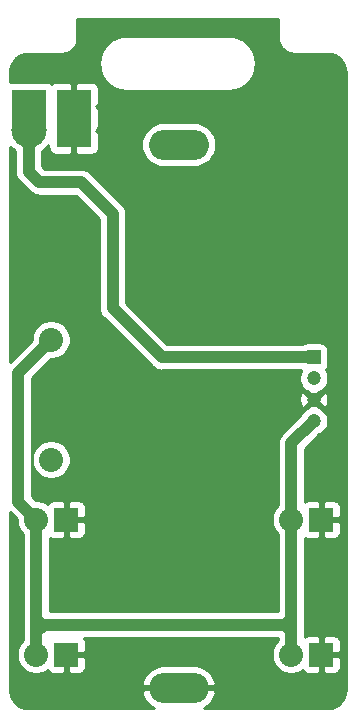
<source format=gbr>
G04 #@! TF.GenerationSoftware,KiCad,Pcbnew,(5.1.0)-1*
G04 #@! TF.CreationDate,2020-11-16T17:40:49+00:00*
G04 #@! TF.ProjectId,Jam Jar Solar PCB,4a616d20-4a61-4722-9053-6f6c61722050,rev?*
G04 #@! TF.SameCoordinates,Original*
G04 #@! TF.FileFunction,Copper,L1,Top*
G04 #@! TF.FilePolarity,Positive*
%FSLAX46Y46*%
G04 Gerber Fmt 4.6, Leading zero omitted, Abs format (unit mm)*
G04 Created by KiCad (PCBNEW (5.1.0)-1) date 2020-11-16 17:40:49*
%MOMM*%
%LPD*%
G04 APERTURE LIST*
%ADD10C,1.200000*%
%ADD11R,1.200000X1.200000*%
%ADD12R,3.000000X3.000000*%
%ADD13C,3.000000*%
%ADD14O,5.080000X2.540000*%
%ADD15R,2.032000X2.032000*%
%ADD16C,2.032000*%
%ADD17C,1.000000*%
%ADD18C,0.254000*%
G04 APERTURE END LIST*
D10*
X192405000Y-61490000D03*
D11*
X192405000Y-56090000D03*
D10*
X192405000Y-59690000D03*
X192405000Y-57890000D03*
D12*
X172085000Y-36830000D03*
D13*
X168275000Y-36830000D03*
D12*
X172085000Y-34925000D03*
X168275000Y-34925000D03*
D14*
X180975000Y-38100000D03*
X180975000Y-84100000D03*
D15*
X171450000Y-81280000D03*
D16*
X168910000Y-81280000D03*
D15*
X171450000Y-69850000D03*
D16*
X168910000Y-69850000D03*
D15*
X193040000Y-69850000D03*
D16*
X190500000Y-69850000D03*
D15*
X193040000Y-81280000D03*
D16*
X190500000Y-81280000D03*
X170180000Y-54610000D03*
X170180000Y-64770000D03*
D17*
X172085000Y-36830000D02*
X172085000Y-34925000D01*
X190500000Y-81280000D02*
X190500000Y-79843160D01*
X190246000Y-78740000D02*
X190500000Y-78486000D01*
X168910000Y-79375000D02*
X169545000Y-78740000D01*
X168910000Y-81280000D02*
X168910000Y-79375000D01*
X190500000Y-63395000D02*
X192405000Y-61490000D01*
X190500000Y-69850000D02*
X190500000Y-63395000D01*
X169037000Y-78740000D02*
X168910000Y-78613000D01*
X169545000Y-78740000D02*
X169037000Y-78740000D01*
X168910000Y-81280000D02*
X168910000Y-78613000D01*
X169418000Y-78740000D02*
X168910000Y-78232000D01*
X170815000Y-78740000D02*
X169418000Y-78740000D01*
X168910000Y-78232000D02*
X168910000Y-69850000D01*
X168910000Y-78613000D02*
X168910000Y-78232000D01*
X169545000Y-78740000D02*
X170815000Y-78740000D01*
X189992000Y-78740000D02*
X190500000Y-78232000D01*
X190500000Y-78232000D02*
X190500000Y-69850000D01*
X190500000Y-78486000D02*
X190500000Y-78232000D01*
X189484000Y-78740000D02*
X190246000Y-78740000D01*
X170815000Y-78740000D02*
X189484000Y-78740000D01*
X189992000Y-78740000D02*
X190500000Y-79248000D01*
X189484000Y-78740000D02*
X189992000Y-78740000D01*
X190500000Y-79843160D02*
X190500000Y-79248000D01*
X190500000Y-79248000D02*
X190500000Y-78486000D01*
X167386000Y-57404000D02*
X170180000Y-54610000D01*
X168910000Y-69850000D02*
X167386000Y-68326000D01*
X167386000Y-68326000D02*
X167386000Y-57404000D01*
X168275000Y-40386000D02*
X168275000Y-36830000D01*
X169164000Y-41275000D02*
X168275000Y-40386000D01*
X168275000Y-36830000D02*
X168275000Y-34925000D01*
X175387000Y-43942000D02*
X172720000Y-41275000D01*
X172720000Y-41275000D02*
X169164000Y-41275000D01*
X192405000Y-56090000D02*
X179534000Y-56090000D01*
X175387000Y-51943000D02*
X175387000Y-45212000D01*
X179534000Y-56090000D02*
X175387000Y-51943000D01*
X175387000Y-48514000D02*
X175387000Y-45212000D01*
X175387000Y-45212000D02*
X175387000Y-43942000D01*
D18*
G36*
X189397834Y-29057665D02*
G01*
X189397009Y-29074178D01*
X189397834Y-29091262D01*
X189397834Y-29108391D01*
X189398814Y-29118341D01*
X189401897Y-29175406D01*
X189403430Y-29207142D01*
X189403718Y-29209092D01*
X189403824Y-29211061D01*
X189408636Y-29242444D01*
X189418184Y-29307182D01*
X189418844Y-29309032D01*
X189423553Y-29340139D01*
X189423715Y-29340780D01*
X189423814Y-29341422D01*
X189431342Y-29370861D01*
X189431456Y-29372836D01*
X189447907Y-29436154D01*
X189455708Y-29466909D01*
X189456384Y-29468781D01*
X189456885Y-29470709D01*
X189467865Y-29500570D01*
X189490059Y-29562019D01*
X189491022Y-29563615D01*
X189500278Y-29589241D01*
X189501123Y-29591015D01*
X189501806Y-29592871D01*
X189512699Y-29615390D01*
X189512764Y-29615644D01*
X189541518Y-29675763D01*
X189555955Y-29706052D01*
X189556195Y-29706450D01*
X189556396Y-29706870D01*
X189571161Y-29731263D01*
X189571331Y-29731730D01*
X189590434Y-29763187D01*
X189608203Y-29792632D01*
X189608513Y-29792972D01*
X189623256Y-29817329D01*
X189623558Y-29817732D01*
X189623820Y-29818164D01*
X189643992Y-29845035D01*
X189683847Y-29898289D01*
X189684086Y-29898504D01*
X189699018Y-29918610D01*
X189700199Y-29919912D01*
X189701261Y-29921326D01*
X189722792Y-29944806D01*
X189762555Y-29988622D01*
X189784732Y-30013139D01*
X189785145Y-30013514D01*
X189785517Y-30013924D01*
X189809693Y-30035808D01*
X189854278Y-30076297D01*
X189878112Y-30098103D01*
X189879125Y-30098862D01*
X189880057Y-30099708D01*
X189903629Y-30117226D01*
X189950703Y-30152468D01*
X189981188Y-30175299D01*
X189981245Y-30175333D01*
X189981299Y-30175374D01*
X190012631Y-30194346D01*
X190067680Y-30227692D01*
X190067699Y-30227699D01*
X190090956Y-30241825D01*
X190091374Y-30242026D01*
X190091779Y-30242271D01*
X190116687Y-30254189D01*
X190116731Y-30254222D01*
X190175579Y-30282459D01*
X190207711Y-30297888D01*
X190207808Y-30297923D01*
X190207901Y-30297968D01*
X190235455Y-30308001D01*
X190235747Y-30308178D01*
X190285600Y-30326274D01*
X190302721Y-30332514D01*
X190302814Y-30332528D01*
X190330136Y-30342477D01*
X190330477Y-30342565D01*
X190330801Y-30342682D01*
X190360066Y-30350155D01*
X190360413Y-30350321D01*
X190396034Y-30359375D01*
X190428090Y-30367595D01*
X190428432Y-30367614D01*
X190457650Y-30375075D01*
X190458033Y-30375134D01*
X190458420Y-30375232D01*
X190489568Y-30379963D01*
X190490344Y-30380241D01*
X190535418Y-30386976D01*
X190557609Y-30390372D01*
X190557996Y-30390355D01*
X190588715Y-30395020D01*
X190589543Y-30395064D01*
X190590356Y-30395185D01*
X190623222Y-30396835D01*
X190676029Y-30399612D01*
X190690536Y-30401041D01*
X190707011Y-30401041D01*
X190723446Y-30401866D01*
X190740613Y-30401041D01*
X193533978Y-30401041D01*
X193624207Y-30403302D01*
X193704186Y-30409355D01*
X193783027Y-30419307D01*
X193860115Y-30433014D01*
X193935910Y-30450417D01*
X194009975Y-30471354D01*
X194082581Y-30495838D01*
X194153423Y-30523626D01*
X194222265Y-30554714D01*
X194289900Y-30589232D01*
X194355272Y-30626729D01*
X194418560Y-30667197D01*
X194479731Y-30710659D01*
X194538812Y-30757022D01*
X194595466Y-30806079D01*
X194649746Y-30857802D01*
X194701491Y-30912106D01*
X194750301Y-30968449D01*
X194796532Y-31027535D01*
X194840574Y-31089455D01*
X194880972Y-31152483D01*
X194918204Y-31217438D01*
X194952638Y-31284942D01*
X194983979Y-31354410D01*
X195011739Y-31424963D01*
X195036031Y-31497161D01*
X195057078Y-31571732D01*
X195074485Y-31647223D01*
X195088072Y-31724229D01*
X195098118Y-31803532D01*
X195104220Y-31883562D01*
X195106478Y-31973603D01*
X195106477Y-84243568D01*
X195104220Y-84333648D01*
X195098118Y-84413703D01*
X195088084Y-84492864D01*
X195074497Y-84569795D01*
X195057073Y-84645361D01*
X195035973Y-84720139D01*
X195011704Y-84792394D01*
X194983983Y-84862792D01*
X194952703Y-84932163D01*
X194918296Y-84999504D01*
X194880910Y-85064745D01*
X194840584Y-85127698D01*
X194796524Y-85189606D01*
X194750302Y-85248718D01*
X194701523Y-85304988D01*
X194649743Y-85359348D01*
X194595374Y-85411136D01*
X194538614Y-85460340D01*
X194479996Y-85506358D01*
X194418682Y-85549812D01*
X194355137Y-85590517D01*
X194290227Y-85627713D01*
X194222339Y-85662304D01*
X194153140Y-85693590D01*
X194082565Y-85721310D01*
X194010283Y-85745649D01*
X193935742Y-85766682D01*
X193859429Y-85784278D01*
X193783339Y-85797898D01*
X193704658Y-85807665D01*
X193623977Y-85813827D01*
X193533978Y-85816083D01*
X183078916Y-85816083D01*
X183091345Y-85811389D01*
X183408958Y-85613391D01*
X183681841Y-85357235D01*
X183899507Y-85052764D01*
X184053591Y-84711679D01*
X184102493Y-84522781D01*
X183986626Y-84227000D01*
X181102000Y-84227000D01*
X181102000Y-84247000D01*
X180848000Y-84247000D01*
X180848000Y-84227000D01*
X177963374Y-84227000D01*
X177847507Y-84522781D01*
X177896409Y-84711679D01*
X178050493Y-85052764D01*
X178268159Y-85357235D01*
X178541042Y-85613391D01*
X178858655Y-85811389D01*
X178871084Y-85816083D01*
X168264271Y-85816083D01*
X168174257Y-85813826D01*
X168093428Y-85807663D01*
X168014892Y-85797901D01*
X167938684Y-85784273D01*
X167862440Y-85766688D01*
X167787849Y-85745635D01*
X167715639Y-85721340D01*
X167645072Y-85693581D01*
X167575668Y-85662259D01*
X167508090Y-85627789D01*
X167443120Y-85590559D01*
X167379592Y-85549841D01*
X167318220Y-85506358D01*
X167259619Y-85460339D01*
X167202829Y-85411124D01*
X167148482Y-85359340D01*
X167096776Y-85305076D01*
X167047680Y-85248377D01*
X167001326Y-85189332D01*
X166957930Y-85128228D01*
X166917378Y-85064809D01*
X166879718Y-84999184D01*
X166845437Y-84932160D01*
X166814314Y-84863061D01*
X166786529Y-84792408D01*
X166762118Y-84719835D01*
X166741108Y-84645508D01*
X166723706Y-84569722D01*
X166709984Y-84492545D01*
X166700048Y-84414015D01*
X166693996Y-84333878D01*
X166691734Y-84243568D01*
X166691734Y-83677219D01*
X177847507Y-83677219D01*
X177963374Y-83973000D01*
X180848000Y-83973000D01*
X180848000Y-83953000D01*
X181102000Y-83953000D01*
X181102000Y-83973000D01*
X183986626Y-83973000D01*
X184102493Y-83677219D01*
X184053591Y-83488321D01*
X183899507Y-83147236D01*
X183681841Y-82842765D01*
X183408958Y-82586609D01*
X183091345Y-82388611D01*
X182741207Y-82256381D01*
X182372000Y-82195000D01*
X179578000Y-82195000D01*
X179208793Y-82256381D01*
X178858655Y-82388611D01*
X178541042Y-82586609D01*
X178268159Y-82842765D01*
X178050493Y-83147236D01*
X177896409Y-83488321D01*
X177847507Y-83677219D01*
X166691734Y-83677219D01*
X166691734Y-69236865D01*
X167259000Y-69804131D01*
X167259000Y-70012609D01*
X167322447Y-70331579D01*
X167446903Y-70632042D01*
X167627585Y-70902451D01*
X167775001Y-71049867D01*
X167775000Y-78176248D01*
X167769509Y-78232000D01*
X167775000Y-78287751D01*
X167775000Y-78557248D01*
X167769509Y-78613000D01*
X167775000Y-78668751D01*
X167775001Y-78668761D01*
X167775001Y-79319241D01*
X167769509Y-79375000D01*
X167775001Y-79430758D01*
X167775000Y-80080134D01*
X167627585Y-80227549D01*
X167446903Y-80497958D01*
X167322447Y-80798421D01*
X167259000Y-81117391D01*
X167259000Y-81442609D01*
X167322447Y-81761579D01*
X167446903Y-82062042D01*
X167627585Y-82332451D01*
X167857549Y-82562415D01*
X168127958Y-82743097D01*
X168428421Y-82867553D01*
X168747391Y-82931000D01*
X169072609Y-82931000D01*
X169391579Y-82867553D01*
X169692042Y-82743097D01*
X169884296Y-82614636D01*
X169903463Y-82650494D01*
X169982815Y-82747185D01*
X170079506Y-82826537D01*
X170189820Y-82885502D01*
X170309518Y-82921812D01*
X170434000Y-82934072D01*
X171164250Y-82931000D01*
X171323000Y-82772250D01*
X171323000Y-81407000D01*
X171577000Y-81407000D01*
X171577000Y-82772250D01*
X171735750Y-82931000D01*
X172466000Y-82934072D01*
X172590482Y-82921812D01*
X172710180Y-82885502D01*
X172820494Y-82826537D01*
X172917185Y-82747185D01*
X172996537Y-82650494D01*
X173055502Y-82540180D01*
X173091812Y-82420482D01*
X173104072Y-82296000D01*
X173101000Y-81565750D01*
X172942250Y-81407000D01*
X171577000Y-81407000D01*
X171323000Y-81407000D01*
X171303000Y-81407000D01*
X171303000Y-81153000D01*
X171323000Y-81153000D01*
X171323000Y-81133000D01*
X171577000Y-81133000D01*
X171577000Y-81153000D01*
X172942250Y-81153000D01*
X173101000Y-80994250D01*
X173104072Y-80264000D01*
X173091812Y-80139518D01*
X173055502Y-80019820D01*
X172996537Y-79909506D01*
X172968219Y-79875000D01*
X189365000Y-79875000D01*
X189365000Y-80080134D01*
X189217585Y-80227549D01*
X189036903Y-80497958D01*
X188912447Y-80798421D01*
X188849000Y-81117391D01*
X188849000Y-81442609D01*
X188912447Y-81761579D01*
X189036903Y-82062042D01*
X189217585Y-82332451D01*
X189447549Y-82562415D01*
X189717958Y-82743097D01*
X190018421Y-82867553D01*
X190337391Y-82931000D01*
X190662609Y-82931000D01*
X190981579Y-82867553D01*
X191282042Y-82743097D01*
X191474296Y-82614636D01*
X191493463Y-82650494D01*
X191572815Y-82747185D01*
X191669506Y-82826537D01*
X191779820Y-82885502D01*
X191899518Y-82921812D01*
X192024000Y-82934072D01*
X192754250Y-82931000D01*
X192913000Y-82772250D01*
X192913000Y-81407000D01*
X193167000Y-81407000D01*
X193167000Y-82772250D01*
X193325750Y-82931000D01*
X194056000Y-82934072D01*
X194180482Y-82921812D01*
X194300180Y-82885502D01*
X194410494Y-82826537D01*
X194507185Y-82747185D01*
X194586537Y-82650494D01*
X194645502Y-82540180D01*
X194681812Y-82420482D01*
X194694072Y-82296000D01*
X194691000Y-81565750D01*
X194532250Y-81407000D01*
X193167000Y-81407000D01*
X192913000Y-81407000D01*
X192893000Y-81407000D01*
X192893000Y-81153000D01*
X192913000Y-81153000D01*
X192913000Y-79787750D01*
X193167000Y-79787750D01*
X193167000Y-81153000D01*
X194532250Y-81153000D01*
X194691000Y-80994250D01*
X194694072Y-80264000D01*
X194681812Y-80139518D01*
X194645502Y-80019820D01*
X194586537Y-79909506D01*
X194507185Y-79812815D01*
X194410494Y-79733463D01*
X194300180Y-79674498D01*
X194180482Y-79638188D01*
X194056000Y-79625928D01*
X193325750Y-79629000D01*
X193167000Y-79787750D01*
X192913000Y-79787750D01*
X192754250Y-79629000D01*
X192024000Y-79625928D01*
X191899518Y-79638188D01*
X191779820Y-79674498D01*
X191669506Y-79733463D01*
X191635000Y-79761781D01*
X191635000Y-79303741D01*
X191640490Y-79247999D01*
X191635000Y-79192257D01*
X191635000Y-78541743D01*
X191640490Y-78486001D01*
X191635000Y-78430259D01*
X191635000Y-78287743D01*
X191640490Y-78232001D01*
X191635000Y-78176259D01*
X191635000Y-71368219D01*
X191669506Y-71396537D01*
X191779820Y-71455502D01*
X191899518Y-71491812D01*
X192024000Y-71504072D01*
X192754250Y-71501000D01*
X192913000Y-71342250D01*
X192913000Y-69977000D01*
X193167000Y-69977000D01*
X193167000Y-71342250D01*
X193325750Y-71501000D01*
X194056000Y-71504072D01*
X194180482Y-71491812D01*
X194300180Y-71455502D01*
X194410494Y-71396537D01*
X194507185Y-71317185D01*
X194586537Y-71220494D01*
X194645502Y-71110180D01*
X194681812Y-70990482D01*
X194694072Y-70866000D01*
X194691000Y-70135750D01*
X194532250Y-69977000D01*
X193167000Y-69977000D01*
X192913000Y-69977000D01*
X192893000Y-69977000D01*
X192893000Y-69723000D01*
X192913000Y-69723000D01*
X192913000Y-68357750D01*
X193167000Y-68357750D01*
X193167000Y-69723000D01*
X194532250Y-69723000D01*
X194691000Y-69564250D01*
X194694072Y-68834000D01*
X194681812Y-68709518D01*
X194645502Y-68589820D01*
X194586537Y-68479506D01*
X194507185Y-68382815D01*
X194410494Y-68303463D01*
X194300180Y-68244498D01*
X194180482Y-68208188D01*
X194056000Y-68195928D01*
X193325750Y-68199000D01*
X193167000Y-68357750D01*
X192913000Y-68357750D01*
X192754250Y-68199000D01*
X192024000Y-68195928D01*
X191899518Y-68208188D01*
X191779820Y-68244498D01*
X191669506Y-68303463D01*
X191635000Y-68331781D01*
X191635000Y-63865131D01*
X192863148Y-62636983D01*
X192989992Y-62584443D01*
X193192267Y-62449287D01*
X193364287Y-62277267D01*
X193499443Y-62074992D01*
X193592540Y-61850236D01*
X193640000Y-61611637D01*
X193640000Y-61368363D01*
X193592540Y-61129764D01*
X193499443Y-60905008D01*
X193364287Y-60702733D01*
X193192267Y-60530713D01*
X192989992Y-60395557D01*
X192889204Y-60353809D01*
X192405000Y-59869605D01*
X191920796Y-60353809D01*
X191820008Y-60395557D01*
X191617733Y-60530713D01*
X191445713Y-60702733D01*
X191310557Y-60905008D01*
X191258017Y-61031852D01*
X189736860Y-62553009D01*
X189693552Y-62588551D01*
X189551717Y-62761377D01*
X189495384Y-62866770D01*
X189446324Y-62958554D01*
X189381423Y-63172502D01*
X189359509Y-63395000D01*
X189365001Y-63450761D01*
X189365000Y-68650134D01*
X189217585Y-68797549D01*
X189036903Y-69067958D01*
X188912447Y-69368421D01*
X188849000Y-69687391D01*
X188849000Y-70012609D01*
X188912447Y-70331579D01*
X189036903Y-70632042D01*
X189217585Y-70902451D01*
X189365001Y-71049867D01*
X189365000Y-77605000D01*
X170045000Y-77605000D01*
X170045000Y-71368219D01*
X170079506Y-71396537D01*
X170189820Y-71455502D01*
X170309518Y-71491812D01*
X170434000Y-71504072D01*
X171164250Y-71501000D01*
X171323000Y-71342250D01*
X171323000Y-69977000D01*
X171577000Y-69977000D01*
X171577000Y-71342250D01*
X171735750Y-71501000D01*
X172466000Y-71504072D01*
X172590482Y-71491812D01*
X172710180Y-71455502D01*
X172820494Y-71396537D01*
X172917185Y-71317185D01*
X172996537Y-71220494D01*
X173055502Y-71110180D01*
X173091812Y-70990482D01*
X173104072Y-70866000D01*
X173101000Y-70135750D01*
X172942250Y-69977000D01*
X171577000Y-69977000D01*
X171323000Y-69977000D01*
X171303000Y-69977000D01*
X171303000Y-69723000D01*
X171323000Y-69723000D01*
X171323000Y-68357750D01*
X171577000Y-68357750D01*
X171577000Y-69723000D01*
X172942250Y-69723000D01*
X173101000Y-69564250D01*
X173104072Y-68834000D01*
X173091812Y-68709518D01*
X173055502Y-68589820D01*
X172996537Y-68479506D01*
X172917185Y-68382815D01*
X172820494Y-68303463D01*
X172710180Y-68244498D01*
X172590482Y-68208188D01*
X172466000Y-68195928D01*
X171735750Y-68199000D01*
X171577000Y-68357750D01*
X171323000Y-68357750D01*
X171164250Y-68199000D01*
X170434000Y-68195928D01*
X170309518Y-68208188D01*
X170189820Y-68244498D01*
X170079506Y-68303463D01*
X169982815Y-68382815D01*
X169903463Y-68479506D01*
X169884296Y-68515364D01*
X169692042Y-68386903D01*
X169391579Y-68262447D01*
X169072609Y-68199000D01*
X168864131Y-68199000D01*
X168521000Y-67855869D01*
X168521000Y-64607391D01*
X168529000Y-64607391D01*
X168529000Y-64932609D01*
X168592447Y-65251579D01*
X168716903Y-65552042D01*
X168897585Y-65822451D01*
X169127549Y-66052415D01*
X169397958Y-66233097D01*
X169698421Y-66357553D01*
X170017391Y-66421000D01*
X170342609Y-66421000D01*
X170661579Y-66357553D01*
X170962042Y-66233097D01*
X171232451Y-66052415D01*
X171462415Y-65822451D01*
X171643097Y-65552042D01*
X171767553Y-65251579D01*
X171831000Y-64932609D01*
X171831000Y-64607391D01*
X171767553Y-64288421D01*
X171643097Y-63987958D01*
X171462415Y-63717549D01*
X171232451Y-63487585D01*
X170962042Y-63306903D01*
X170661579Y-63182447D01*
X170342609Y-63119000D01*
X170017391Y-63119000D01*
X169698421Y-63182447D01*
X169397958Y-63306903D01*
X169127549Y-63487585D01*
X168897585Y-63717549D01*
X168716903Y-63987958D01*
X168592447Y-64288421D01*
X168529000Y-64607391D01*
X168521000Y-64607391D01*
X168521000Y-59768438D01*
X191166505Y-59768438D01*
X191205605Y-60008549D01*
X191290798Y-60236418D01*
X191331652Y-60312852D01*
X191555236Y-60360159D01*
X192225395Y-59690000D01*
X192584605Y-59690000D01*
X193254764Y-60360159D01*
X193478348Y-60312852D01*
X193579237Y-60091484D01*
X193635000Y-59854687D01*
X193643495Y-59611562D01*
X193604395Y-59371451D01*
X193519202Y-59143582D01*
X193478348Y-59067148D01*
X193254764Y-59019841D01*
X192584605Y-59690000D01*
X192225395Y-59690000D01*
X191555236Y-59019841D01*
X191331652Y-59067148D01*
X191230763Y-59288516D01*
X191175000Y-59525313D01*
X191166505Y-59768438D01*
X168521000Y-59768438D01*
X168521000Y-57874131D01*
X170134132Y-56261000D01*
X170342609Y-56261000D01*
X170661579Y-56197553D01*
X170962042Y-56073097D01*
X171232451Y-55892415D01*
X171462415Y-55662451D01*
X171643097Y-55392042D01*
X171767553Y-55091579D01*
X171831000Y-54772609D01*
X171831000Y-54447391D01*
X171767553Y-54128421D01*
X171643097Y-53827958D01*
X171462415Y-53557549D01*
X171232451Y-53327585D01*
X170962042Y-53146903D01*
X170661579Y-53022447D01*
X170342609Y-52959000D01*
X170017391Y-52959000D01*
X169698421Y-53022447D01*
X169397958Y-53146903D01*
X169127549Y-53327585D01*
X168897585Y-53557549D01*
X168716903Y-53827958D01*
X168592447Y-54128421D01*
X168529000Y-54447391D01*
X168529000Y-54655868D01*
X166691734Y-56493135D01*
X166691734Y-38266080D01*
X166914017Y-38488363D01*
X167140000Y-38639360D01*
X167140000Y-40330248D01*
X167134509Y-40386000D01*
X167140000Y-40441751D01*
X167156423Y-40608498D01*
X167221324Y-40822446D01*
X167326716Y-41019623D01*
X167468551Y-41192449D01*
X167511864Y-41227995D01*
X168322008Y-42038140D01*
X168357551Y-42081449D01*
X168530377Y-42223284D01*
X168727553Y-42328676D01*
X168941501Y-42393577D01*
X169164000Y-42415491D01*
X169219752Y-42410000D01*
X172249869Y-42410000D01*
X174252000Y-44412133D01*
X174252000Y-45267751D01*
X174252001Y-45267761D01*
X174252000Y-48569751D01*
X174252001Y-48569756D01*
X174252000Y-51887248D01*
X174246509Y-51943000D01*
X174252000Y-51998751D01*
X174268423Y-52165498D01*
X174333324Y-52379446D01*
X174438716Y-52576623D01*
X174580551Y-52749449D01*
X174623865Y-52784996D01*
X178692013Y-56853146D01*
X178727551Y-56896449D01*
X178770854Y-56931987D01*
X178770856Y-56931989D01*
X178900377Y-57038284D01*
X179097553Y-57143676D01*
X179311501Y-57208577D01*
X179534000Y-57230491D01*
X179589752Y-57225000D01*
X191364017Y-57225000D01*
X191310557Y-57305008D01*
X191217460Y-57529764D01*
X191170000Y-57768363D01*
X191170000Y-58011637D01*
X191217460Y-58250236D01*
X191310557Y-58474992D01*
X191445713Y-58677267D01*
X191617733Y-58849287D01*
X191820008Y-58984443D01*
X191920796Y-59026191D01*
X192405000Y-59510395D01*
X192889204Y-59026191D01*
X192989992Y-58984443D01*
X193192267Y-58849287D01*
X193364287Y-58677267D01*
X193499443Y-58474992D01*
X193592540Y-58250236D01*
X193640000Y-58011637D01*
X193640000Y-57768363D01*
X193592540Y-57529764D01*
X193499443Y-57305008D01*
X193413427Y-57176276D01*
X193456185Y-57141185D01*
X193535537Y-57044494D01*
X193594502Y-56934180D01*
X193630812Y-56814482D01*
X193643072Y-56690000D01*
X193643072Y-55490000D01*
X193630812Y-55365518D01*
X193594502Y-55245820D01*
X193535537Y-55135506D01*
X193456185Y-55038815D01*
X193359494Y-54959463D01*
X193249180Y-54900498D01*
X193129482Y-54864188D01*
X193005000Y-54851928D01*
X191805000Y-54851928D01*
X191680518Y-54864188D01*
X191560820Y-54900498D01*
X191458856Y-54955000D01*
X180004133Y-54955000D01*
X176522000Y-51472869D01*
X176522000Y-43997752D01*
X176527491Y-43942000D01*
X176505577Y-43719501D01*
X176440676Y-43505553D01*
X176335284Y-43308377D01*
X176228989Y-43178856D01*
X176228987Y-43178854D01*
X176193449Y-43135551D01*
X176150146Y-43100013D01*
X173561996Y-40511865D01*
X173526449Y-40468551D01*
X173353623Y-40326716D01*
X173156447Y-40221324D01*
X172942499Y-40156423D01*
X172775752Y-40140000D01*
X172775751Y-40140000D01*
X172720000Y-40134509D01*
X172664249Y-40140000D01*
X169634132Y-40140000D01*
X169410000Y-39915869D01*
X169410000Y-38639360D01*
X169635983Y-38488363D01*
X169933363Y-38190983D01*
X169947333Y-38170076D01*
X169946928Y-38330000D01*
X169959188Y-38454482D01*
X169995498Y-38574180D01*
X170054463Y-38684494D01*
X170133815Y-38781185D01*
X170230506Y-38860537D01*
X170340820Y-38919502D01*
X170460518Y-38955812D01*
X170585000Y-38968072D01*
X171799250Y-38965000D01*
X171958000Y-38806250D01*
X171958000Y-36957000D01*
X171938000Y-36957000D01*
X171938000Y-36921250D01*
X171958000Y-36901250D01*
X171958000Y-34853750D01*
X171938000Y-34833750D01*
X171938000Y-34798000D01*
X171958000Y-34798000D01*
X171958000Y-32948750D01*
X172212000Y-32948750D01*
X172212000Y-34798000D01*
X172267750Y-34798000D01*
X172212000Y-34853750D01*
X172212000Y-36901250D01*
X172267750Y-36957000D01*
X172212000Y-36957000D01*
X172212000Y-38806250D01*
X172370750Y-38965000D01*
X173585000Y-38968072D01*
X173709482Y-38955812D01*
X173829180Y-38919502D01*
X173939494Y-38860537D01*
X174036185Y-38781185D01*
X174115537Y-38684494D01*
X174174502Y-38574180D01*
X174210812Y-38454482D01*
X174223072Y-38330000D01*
X174222491Y-38100000D01*
X177790783Y-38100000D01*
X177827564Y-38473445D01*
X177936494Y-38832539D01*
X178113387Y-39163482D01*
X178351444Y-39453556D01*
X178641518Y-39691613D01*
X178972461Y-39868506D01*
X179331555Y-39977436D01*
X179611418Y-40005000D01*
X182338582Y-40005000D01*
X182618445Y-39977436D01*
X182977539Y-39868506D01*
X183308482Y-39691613D01*
X183598556Y-39453556D01*
X183836613Y-39163482D01*
X184013506Y-38832539D01*
X184122436Y-38473445D01*
X184159217Y-38100000D01*
X184122436Y-37726555D01*
X184013506Y-37367461D01*
X183836613Y-37036518D01*
X183598556Y-36746444D01*
X183308482Y-36508387D01*
X182977539Y-36331494D01*
X182618445Y-36222564D01*
X182338582Y-36195000D01*
X179611418Y-36195000D01*
X179331555Y-36222564D01*
X178972461Y-36331494D01*
X178641518Y-36508387D01*
X178351444Y-36746444D01*
X178113387Y-37036518D01*
X177936494Y-37367461D01*
X177827564Y-37726555D01*
X177790783Y-38100000D01*
X174222491Y-38100000D01*
X174220000Y-37115750D01*
X174061250Y-36957000D01*
X173936757Y-36957000D01*
X173939494Y-36955537D01*
X174036185Y-36876185D01*
X174115537Y-36779494D01*
X174174502Y-36669180D01*
X174209089Y-36555161D01*
X174220000Y-36544250D01*
X174220229Y-36453870D01*
X174223072Y-36425000D01*
X174221687Y-35877500D01*
X174223072Y-35330000D01*
X174220229Y-35301130D01*
X174220000Y-35210750D01*
X174209089Y-35199839D01*
X174174502Y-35085820D01*
X174115537Y-34975506D01*
X174036185Y-34878815D01*
X173939494Y-34799463D01*
X173936757Y-34798000D01*
X174061250Y-34798000D01*
X174220000Y-34639250D01*
X174223072Y-33425000D01*
X174210812Y-33300518D01*
X174174502Y-33180820D01*
X174115537Y-33070506D01*
X174036185Y-32973815D01*
X173939494Y-32894463D01*
X173829180Y-32835498D01*
X173709482Y-32799188D01*
X173585000Y-32786928D01*
X172370750Y-32790000D01*
X172212000Y-32948750D01*
X171958000Y-32948750D01*
X171799250Y-32790000D01*
X170585000Y-32786928D01*
X170460518Y-32799188D01*
X170340820Y-32835498D01*
X170230506Y-32894463D01*
X170180000Y-32935912D01*
X170129494Y-32894463D01*
X170019180Y-32835498D01*
X169899482Y-32799188D01*
X169775000Y-32786928D01*
X166775000Y-32786928D01*
X166691734Y-32795129D01*
X166691734Y-31973564D01*
X166693996Y-31883337D01*
X166700050Y-31803211D01*
X166709998Y-31724539D01*
X166723718Y-31647299D01*
X166741103Y-31571585D01*
X166762064Y-31497449D01*
X166786487Y-31424971D01*
X166814329Y-31354117D01*
X166845499Y-31284949D01*
X166879814Y-31217749D01*
X166881392Y-31215000D01*
X174228702Y-31215000D01*
X174273785Y-31672740D01*
X174407303Y-32112889D01*
X174624125Y-32518533D01*
X174915917Y-32874083D01*
X175271467Y-33165875D01*
X175677111Y-33382697D01*
X176117260Y-33516215D01*
X176460288Y-33550000D01*
X185289712Y-33550000D01*
X185632740Y-33516215D01*
X186072889Y-33382697D01*
X186478533Y-33165875D01*
X186834083Y-32874083D01*
X187125875Y-32518533D01*
X187342697Y-32112889D01*
X187476215Y-31672740D01*
X187521298Y-31215000D01*
X187476215Y-30757260D01*
X187342697Y-30317111D01*
X187125875Y-29911467D01*
X186834083Y-29555917D01*
X186478533Y-29264125D01*
X186072889Y-29047303D01*
X185632740Y-28913785D01*
X185289712Y-28880000D01*
X176460288Y-28880000D01*
X176117260Y-28913785D01*
X175677111Y-29047303D01*
X175271467Y-29264125D01*
X174915917Y-29555917D01*
X174624125Y-29911467D01*
X174407303Y-30317111D01*
X174273785Y-30757260D01*
X174228702Y-31215000D01*
X166881392Y-31215000D01*
X166917314Y-31152423D01*
X166957929Y-31088941D01*
X167001333Y-31027790D01*
X167047671Y-30968802D01*
X167096817Y-30912008D01*
X167148483Y-30857806D01*
X167202746Y-30806082D01*
X167259417Y-30757026D01*
X167318484Y-30710660D01*
X167379717Y-30667166D01*
X167442987Y-30626686D01*
X167508413Y-30589158D01*
X167575729Y-30554765D01*
X167644785Y-30523637D01*
X167715632Y-30495805D01*
X167788150Y-30471369D01*
X167862297Y-30450404D01*
X167937969Y-30433025D01*
X168015211Y-30419304D01*
X168093901Y-30409357D01*
X168174016Y-30403304D01*
X168264271Y-30401041D01*
X171057703Y-30401041D01*
X171074899Y-30401866D01*
X171091308Y-30401041D01*
X171107754Y-30401041D01*
X171122530Y-30399586D01*
X171174579Y-30396854D01*
X171207883Y-30395180D01*
X171208637Y-30395067D01*
X171209385Y-30395028D01*
X171240303Y-30390336D01*
X171240838Y-30390360D01*
X171268866Y-30386062D01*
X171307894Y-30380227D01*
X171308604Y-30379972D01*
X171339735Y-30375248D01*
X171340259Y-30375115D01*
X171340793Y-30375033D01*
X171369879Y-30367596D01*
X171370168Y-30367580D01*
X171394850Y-30361247D01*
X171437745Y-30350350D01*
X171438228Y-30350120D01*
X171467559Y-30342620D01*
X171467836Y-30342519D01*
X171468118Y-30342447D01*
X171495366Y-30332521D01*
X171495410Y-30332514D01*
X171507925Y-30327953D01*
X171562602Y-30308086D01*
X171562845Y-30307939D01*
X171590322Y-30297929D01*
X171590368Y-30297907D01*
X171590420Y-30297888D01*
X171623470Y-30282018D01*
X171681487Y-30254170D01*
X171681507Y-30254155D01*
X171706615Y-30242128D01*
X171706890Y-30241962D01*
X171707174Y-30241825D01*
X171735018Y-30224913D01*
X171787980Y-30192813D01*
X171816166Y-30175788D01*
X171816586Y-30175474D01*
X171817027Y-30175207D01*
X171843140Y-30155640D01*
X171891934Y-30119193D01*
X171918147Y-30099713D01*
X171918762Y-30099154D01*
X171919424Y-30098660D01*
X171943457Y-30076728D01*
X171988255Y-30036046D01*
X172012384Y-30014233D01*
X172012899Y-30013666D01*
X172013474Y-30013144D01*
X172035473Y-29988824D01*
X172076322Y-29943871D01*
X172098207Y-29919872D01*
X172098564Y-29919393D01*
X172098968Y-29918949D01*
X172118544Y-29892625D01*
X172154827Y-29844011D01*
X172174653Y-29817542D01*
X172174953Y-29817047D01*
X172175288Y-29816598D01*
X172192039Y-29788842D01*
X172224122Y-29735883D01*
X172241126Y-29707900D01*
X172241325Y-29707485D01*
X172241561Y-29707096D01*
X172254315Y-29680456D01*
X172280021Y-29626938D01*
X172297200Y-29591178D01*
X172297209Y-29591153D01*
X172297223Y-29591124D01*
X172307271Y-29563564D01*
X172307449Y-29563270D01*
X172329086Y-29503737D01*
X172331844Y-29496174D01*
X172331847Y-29496155D01*
X172341784Y-29468899D01*
X172341871Y-29468560D01*
X172341991Y-29468230D01*
X172349500Y-29438873D01*
X172349753Y-29438343D01*
X172360357Y-29396590D01*
X172366942Y-29370955D01*
X172366961Y-29370611D01*
X172374409Y-29341493D01*
X172374499Y-29340905D01*
X172374645Y-29340331D01*
X172379367Y-29309202D01*
X172379612Y-29308519D01*
X172385106Y-29271773D01*
X172389745Y-29241541D01*
X172389719Y-29240953D01*
X172394421Y-29209955D01*
X172394460Y-29209220D01*
X172394566Y-29208508D01*
X172396221Y-29175607D01*
X172398964Y-29123269D01*
X172400429Y-29108392D01*
X172400429Y-29091952D01*
X172401254Y-29075551D01*
X172400429Y-29058348D01*
X172400429Y-27441019D01*
X189397835Y-27441019D01*
X189397834Y-29057665D01*
X189397834Y-29057665D01*
G37*
X189397834Y-29057665D02*
X189397009Y-29074178D01*
X189397834Y-29091262D01*
X189397834Y-29108391D01*
X189398814Y-29118341D01*
X189401897Y-29175406D01*
X189403430Y-29207142D01*
X189403718Y-29209092D01*
X189403824Y-29211061D01*
X189408636Y-29242444D01*
X189418184Y-29307182D01*
X189418844Y-29309032D01*
X189423553Y-29340139D01*
X189423715Y-29340780D01*
X189423814Y-29341422D01*
X189431342Y-29370861D01*
X189431456Y-29372836D01*
X189447907Y-29436154D01*
X189455708Y-29466909D01*
X189456384Y-29468781D01*
X189456885Y-29470709D01*
X189467865Y-29500570D01*
X189490059Y-29562019D01*
X189491022Y-29563615D01*
X189500278Y-29589241D01*
X189501123Y-29591015D01*
X189501806Y-29592871D01*
X189512699Y-29615390D01*
X189512764Y-29615644D01*
X189541518Y-29675763D01*
X189555955Y-29706052D01*
X189556195Y-29706450D01*
X189556396Y-29706870D01*
X189571161Y-29731263D01*
X189571331Y-29731730D01*
X189590434Y-29763187D01*
X189608203Y-29792632D01*
X189608513Y-29792972D01*
X189623256Y-29817329D01*
X189623558Y-29817732D01*
X189623820Y-29818164D01*
X189643992Y-29845035D01*
X189683847Y-29898289D01*
X189684086Y-29898504D01*
X189699018Y-29918610D01*
X189700199Y-29919912D01*
X189701261Y-29921326D01*
X189722792Y-29944806D01*
X189762555Y-29988622D01*
X189784732Y-30013139D01*
X189785145Y-30013514D01*
X189785517Y-30013924D01*
X189809693Y-30035808D01*
X189854278Y-30076297D01*
X189878112Y-30098103D01*
X189879125Y-30098862D01*
X189880057Y-30099708D01*
X189903629Y-30117226D01*
X189950703Y-30152468D01*
X189981188Y-30175299D01*
X189981245Y-30175333D01*
X189981299Y-30175374D01*
X190012631Y-30194346D01*
X190067680Y-30227692D01*
X190067699Y-30227699D01*
X190090956Y-30241825D01*
X190091374Y-30242026D01*
X190091779Y-30242271D01*
X190116687Y-30254189D01*
X190116731Y-30254222D01*
X190175579Y-30282459D01*
X190207711Y-30297888D01*
X190207808Y-30297923D01*
X190207901Y-30297968D01*
X190235455Y-30308001D01*
X190235747Y-30308178D01*
X190285600Y-30326274D01*
X190302721Y-30332514D01*
X190302814Y-30332528D01*
X190330136Y-30342477D01*
X190330477Y-30342565D01*
X190330801Y-30342682D01*
X190360066Y-30350155D01*
X190360413Y-30350321D01*
X190396034Y-30359375D01*
X190428090Y-30367595D01*
X190428432Y-30367614D01*
X190457650Y-30375075D01*
X190458033Y-30375134D01*
X190458420Y-30375232D01*
X190489568Y-30379963D01*
X190490344Y-30380241D01*
X190535418Y-30386976D01*
X190557609Y-30390372D01*
X190557996Y-30390355D01*
X190588715Y-30395020D01*
X190589543Y-30395064D01*
X190590356Y-30395185D01*
X190623222Y-30396835D01*
X190676029Y-30399612D01*
X190690536Y-30401041D01*
X190707011Y-30401041D01*
X190723446Y-30401866D01*
X190740613Y-30401041D01*
X193533978Y-30401041D01*
X193624207Y-30403302D01*
X193704186Y-30409355D01*
X193783027Y-30419307D01*
X193860115Y-30433014D01*
X193935910Y-30450417D01*
X194009975Y-30471354D01*
X194082581Y-30495838D01*
X194153423Y-30523626D01*
X194222265Y-30554714D01*
X194289900Y-30589232D01*
X194355272Y-30626729D01*
X194418560Y-30667197D01*
X194479731Y-30710659D01*
X194538812Y-30757022D01*
X194595466Y-30806079D01*
X194649746Y-30857802D01*
X194701491Y-30912106D01*
X194750301Y-30968449D01*
X194796532Y-31027535D01*
X194840574Y-31089455D01*
X194880972Y-31152483D01*
X194918204Y-31217438D01*
X194952638Y-31284942D01*
X194983979Y-31354410D01*
X195011739Y-31424963D01*
X195036031Y-31497161D01*
X195057078Y-31571732D01*
X195074485Y-31647223D01*
X195088072Y-31724229D01*
X195098118Y-31803532D01*
X195104220Y-31883562D01*
X195106478Y-31973603D01*
X195106477Y-84243568D01*
X195104220Y-84333648D01*
X195098118Y-84413703D01*
X195088084Y-84492864D01*
X195074497Y-84569795D01*
X195057073Y-84645361D01*
X195035973Y-84720139D01*
X195011704Y-84792394D01*
X194983983Y-84862792D01*
X194952703Y-84932163D01*
X194918296Y-84999504D01*
X194880910Y-85064745D01*
X194840584Y-85127698D01*
X194796524Y-85189606D01*
X194750302Y-85248718D01*
X194701523Y-85304988D01*
X194649743Y-85359348D01*
X194595374Y-85411136D01*
X194538614Y-85460340D01*
X194479996Y-85506358D01*
X194418682Y-85549812D01*
X194355137Y-85590517D01*
X194290227Y-85627713D01*
X194222339Y-85662304D01*
X194153140Y-85693590D01*
X194082565Y-85721310D01*
X194010283Y-85745649D01*
X193935742Y-85766682D01*
X193859429Y-85784278D01*
X193783339Y-85797898D01*
X193704658Y-85807665D01*
X193623977Y-85813827D01*
X193533978Y-85816083D01*
X183078916Y-85816083D01*
X183091345Y-85811389D01*
X183408958Y-85613391D01*
X183681841Y-85357235D01*
X183899507Y-85052764D01*
X184053591Y-84711679D01*
X184102493Y-84522781D01*
X183986626Y-84227000D01*
X181102000Y-84227000D01*
X181102000Y-84247000D01*
X180848000Y-84247000D01*
X180848000Y-84227000D01*
X177963374Y-84227000D01*
X177847507Y-84522781D01*
X177896409Y-84711679D01*
X178050493Y-85052764D01*
X178268159Y-85357235D01*
X178541042Y-85613391D01*
X178858655Y-85811389D01*
X178871084Y-85816083D01*
X168264271Y-85816083D01*
X168174257Y-85813826D01*
X168093428Y-85807663D01*
X168014892Y-85797901D01*
X167938684Y-85784273D01*
X167862440Y-85766688D01*
X167787849Y-85745635D01*
X167715639Y-85721340D01*
X167645072Y-85693581D01*
X167575668Y-85662259D01*
X167508090Y-85627789D01*
X167443120Y-85590559D01*
X167379592Y-85549841D01*
X167318220Y-85506358D01*
X167259619Y-85460339D01*
X167202829Y-85411124D01*
X167148482Y-85359340D01*
X167096776Y-85305076D01*
X167047680Y-85248377D01*
X167001326Y-85189332D01*
X166957930Y-85128228D01*
X166917378Y-85064809D01*
X166879718Y-84999184D01*
X166845437Y-84932160D01*
X166814314Y-84863061D01*
X166786529Y-84792408D01*
X166762118Y-84719835D01*
X166741108Y-84645508D01*
X166723706Y-84569722D01*
X166709984Y-84492545D01*
X166700048Y-84414015D01*
X166693996Y-84333878D01*
X166691734Y-84243568D01*
X166691734Y-83677219D01*
X177847507Y-83677219D01*
X177963374Y-83973000D01*
X180848000Y-83973000D01*
X180848000Y-83953000D01*
X181102000Y-83953000D01*
X181102000Y-83973000D01*
X183986626Y-83973000D01*
X184102493Y-83677219D01*
X184053591Y-83488321D01*
X183899507Y-83147236D01*
X183681841Y-82842765D01*
X183408958Y-82586609D01*
X183091345Y-82388611D01*
X182741207Y-82256381D01*
X182372000Y-82195000D01*
X179578000Y-82195000D01*
X179208793Y-82256381D01*
X178858655Y-82388611D01*
X178541042Y-82586609D01*
X178268159Y-82842765D01*
X178050493Y-83147236D01*
X177896409Y-83488321D01*
X177847507Y-83677219D01*
X166691734Y-83677219D01*
X166691734Y-69236865D01*
X167259000Y-69804131D01*
X167259000Y-70012609D01*
X167322447Y-70331579D01*
X167446903Y-70632042D01*
X167627585Y-70902451D01*
X167775001Y-71049867D01*
X167775000Y-78176248D01*
X167769509Y-78232000D01*
X167775000Y-78287751D01*
X167775000Y-78557248D01*
X167769509Y-78613000D01*
X167775000Y-78668751D01*
X167775001Y-78668761D01*
X167775001Y-79319241D01*
X167769509Y-79375000D01*
X167775001Y-79430758D01*
X167775000Y-80080134D01*
X167627585Y-80227549D01*
X167446903Y-80497958D01*
X167322447Y-80798421D01*
X167259000Y-81117391D01*
X167259000Y-81442609D01*
X167322447Y-81761579D01*
X167446903Y-82062042D01*
X167627585Y-82332451D01*
X167857549Y-82562415D01*
X168127958Y-82743097D01*
X168428421Y-82867553D01*
X168747391Y-82931000D01*
X169072609Y-82931000D01*
X169391579Y-82867553D01*
X169692042Y-82743097D01*
X169884296Y-82614636D01*
X169903463Y-82650494D01*
X169982815Y-82747185D01*
X170079506Y-82826537D01*
X170189820Y-82885502D01*
X170309518Y-82921812D01*
X170434000Y-82934072D01*
X171164250Y-82931000D01*
X171323000Y-82772250D01*
X171323000Y-81407000D01*
X171577000Y-81407000D01*
X171577000Y-82772250D01*
X171735750Y-82931000D01*
X172466000Y-82934072D01*
X172590482Y-82921812D01*
X172710180Y-82885502D01*
X172820494Y-82826537D01*
X172917185Y-82747185D01*
X172996537Y-82650494D01*
X173055502Y-82540180D01*
X173091812Y-82420482D01*
X173104072Y-82296000D01*
X173101000Y-81565750D01*
X172942250Y-81407000D01*
X171577000Y-81407000D01*
X171323000Y-81407000D01*
X171303000Y-81407000D01*
X171303000Y-81153000D01*
X171323000Y-81153000D01*
X171323000Y-81133000D01*
X171577000Y-81133000D01*
X171577000Y-81153000D01*
X172942250Y-81153000D01*
X173101000Y-80994250D01*
X173104072Y-80264000D01*
X173091812Y-80139518D01*
X173055502Y-80019820D01*
X172996537Y-79909506D01*
X172968219Y-79875000D01*
X189365000Y-79875000D01*
X189365000Y-80080134D01*
X189217585Y-80227549D01*
X189036903Y-80497958D01*
X188912447Y-80798421D01*
X188849000Y-81117391D01*
X188849000Y-81442609D01*
X188912447Y-81761579D01*
X189036903Y-82062042D01*
X189217585Y-82332451D01*
X189447549Y-82562415D01*
X189717958Y-82743097D01*
X190018421Y-82867553D01*
X190337391Y-82931000D01*
X190662609Y-82931000D01*
X190981579Y-82867553D01*
X191282042Y-82743097D01*
X191474296Y-82614636D01*
X191493463Y-82650494D01*
X191572815Y-82747185D01*
X191669506Y-82826537D01*
X191779820Y-82885502D01*
X191899518Y-82921812D01*
X192024000Y-82934072D01*
X192754250Y-82931000D01*
X192913000Y-82772250D01*
X192913000Y-81407000D01*
X193167000Y-81407000D01*
X193167000Y-82772250D01*
X193325750Y-82931000D01*
X194056000Y-82934072D01*
X194180482Y-82921812D01*
X194300180Y-82885502D01*
X194410494Y-82826537D01*
X194507185Y-82747185D01*
X194586537Y-82650494D01*
X194645502Y-82540180D01*
X194681812Y-82420482D01*
X194694072Y-82296000D01*
X194691000Y-81565750D01*
X194532250Y-81407000D01*
X193167000Y-81407000D01*
X192913000Y-81407000D01*
X192893000Y-81407000D01*
X192893000Y-81153000D01*
X192913000Y-81153000D01*
X192913000Y-79787750D01*
X193167000Y-79787750D01*
X193167000Y-81153000D01*
X194532250Y-81153000D01*
X194691000Y-80994250D01*
X194694072Y-80264000D01*
X194681812Y-80139518D01*
X194645502Y-80019820D01*
X194586537Y-79909506D01*
X194507185Y-79812815D01*
X194410494Y-79733463D01*
X194300180Y-79674498D01*
X194180482Y-79638188D01*
X194056000Y-79625928D01*
X193325750Y-79629000D01*
X193167000Y-79787750D01*
X192913000Y-79787750D01*
X192754250Y-79629000D01*
X192024000Y-79625928D01*
X191899518Y-79638188D01*
X191779820Y-79674498D01*
X191669506Y-79733463D01*
X191635000Y-79761781D01*
X191635000Y-79303741D01*
X191640490Y-79247999D01*
X191635000Y-79192257D01*
X191635000Y-78541743D01*
X191640490Y-78486001D01*
X191635000Y-78430259D01*
X191635000Y-78287743D01*
X191640490Y-78232001D01*
X191635000Y-78176259D01*
X191635000Y-71368219D01*
X191669506Y-71396537D01*
X191779820Y-71455502D01*
X191899518Y-71491812D01*
X192024000Y-71504072D01*
X192754250Y-71501000D01*
X192913000Y-71342250D01*
X192913000Y-69977000D01*
X193167000Y-69977000D01*
X193167000Y-71342250D01*
X193325750Y-71501000D01*
X194056000Y-71504072D01*
X194180482Y-71491812D01*
X194300180Y-71455502D01*
X194410494Y-71396537D01*
X194507185Y-71317185D01*
X194586537Y-71220494D01*
X194645502Y-71110180D01*
X194681812Y-70990482D01*
X194694072Y-70866000D01*
X194691000Y-70135750D01*
X194532250Y-69977000D01*
X193167000Y-69977000D01*
X192913000Y-69977000D01*
X192893000Y-69977000D01*
X192893000Y-69723000D01*
X192913000Y-69723000D01*
X192913000Y-68357750D01*
X193167000Y-68357750D01*
X193167000Y-69723000D01*
X194532250Y-69723000D01*
X194691000Y-69564250D01*
X194694072Y-68834000D01*
X194681812Y-68709518D01*
X194645502Y-68589820D01*
X194586537Y-68479506D01*
X194507185Y-68382815D01*
X194410494Y-68303463D01*
X194300180Y-68244498D01*
X194180482Y-68208188D01*
X194056000Y-68195928D01*
X193325750Y-68199000D01*
X193167000Y-68357750D01*
X192913000Y-68357750D01*
X192754250Y-68199000D01*
X192024000Y-68195928D01*
X191899518Y-68208188D01*
X191779820Y-68244498D01*
X191669506Y-68303463D01*
X191635000Y-68331781D01*
X191635000Y-63865131D01*
X192863148Y-62636983D01*
X192989992Y-62584443D01*
X193192267Y-62449287D01*
X193364287Y-62277267D01*
X193499443Y-62074992D01*
X193592540Y-61850236D01*
X193640000Y-61611637D01*
X193640000Y-61368363D01*
X193592540Y-61129764D01*
X193499443Y-60905008D01*
X193364287Y-60702733D01*
X193192267Y-60530713D01*
X192989992Y-60395557D01*
X192889204Y-60353809D01*
X192405000Y-59869605D01*
X191920796Y-60353809D01*
X191820008Y-60395557D01*
X191617733Y-60530713D01*
X191445713Y-60702733D01*
X191310557Y-60905008D01*
X191258017Y-61031852D01*
X189736860Y-62553009D01*
X189693552Y-62588551D01*
X189551717Y-62761377D01*
X189495384Y-62866770D01*
X189446324Y-62958554D01*
X189381423Y-63172502D01*
X189359509Y-63395000D01*
X189365001Y-63450761D01*
X189365000Y-68650134D01*
X189217585Y-68797549D01*
X189036903Y-69067958D01*
X188912447Y-69368421D01*
X188849000Y-69687391D01*
X188849000Y-70012609D01*
X188912447Y-70331579D01*
X189036903Y-70632042D01*
X189217585Y-70902451D01*
X189365001Y-71049867D01*
X189365000Y-77605000D01*
X170045000Y-77605000D01*
X170045000Y-71368219D01*
X170079506Y-71396537D01*
X170189820Y-71455502D01*
X170309518Y-71491812D01*
X170434000Y-71504072D01*
X171164250Y-71501000D01*
X171323000Y-71342250D01*
X171323000Y-69977000D01*
X171577000Y-69977000D01*
X171577000Y-71342250D01*
X171735750Y-71501000D01*
X172466000Y-71504072D01*
X172590482Y-71491812D01*
X172710180Y-71455502D01*
X172820494Y-71396537D01*
X172917185Y-71317185D01*
X172996537Y-71220494D01*
X173055502Y-71110180D01*
X173091812Y-70990482D01*
X173104072Y-70866000D01*
X173101000Y-70135750D01*
X172942250Y-69977000D01*
X171577000Y-69977000D01*
X171323000Y-69977000D01*
X171303000Y-69977000D01*
X171303000Y-69723000D01*
X171323000Y-69723000D01*
X171323000Y-68357750D01*
X171577000Y-68357750D01*
X171577000Y-69723000D01*
X172942250Y-69723000D01*
X173101000Y-69564250D01*
X173104072Y-68834000D01*
X173091812Y-68709518D01*
X173055502Y-68589820D01*
X172996537Y-68479506D01*
X172917185Y-68382815D01*
X172820494Y-68303463D01*
X172710180Y-68244498D01*
X172590482Y-68208188D01*
X172466000Y-68195928D01*
X171735750Y-68199000D01*
X171577000Y-68357750D01*
X171323000Y-68357750D01*
X171164250Y-68199000D01*
X170434000Y-68195928D01*
X170309518Y-68208188D01*
X170189820Y-68244498D01*
X170079506Y-68303463D01*
X169982815Y-68382815D01*
X169903463Y-68479506D01*
X169884296Y-68515364D01*
X169692042Y-68386903D01*
X169391579Y-68262447D01*
X169072609Y-68199000D01*
X168864131Y-68199000D01*
X168521000Y-67855869D01*
X168521000Y-64607391D01*
X168529000Y-64607391D01*
X168529000Y-64932609D01*
X168592447Y-65251579D01*
X168716903Y-65552042D01*
X168897585Y-65822451D01*
X169127549Y-66052415D01*
X169397958Y-66233097D01*
X169698421Y-66357553D01*
X170017391Y-66421000D01*
X170342609Y-66421000D01*
X170661579Y-66357553D01*
X170962042Y-66233097D01*
X171232451Y-66052415D01*
X171462415Y-65822451D01*
X171643097Y-65552042D01*
X171767553Y-65251579D01*
X171831000Y-64932609D01*
X171831000Y-64607391D01*
X171767553Y-64288421D01*
X171643097Y-63987958D01*
X171462415Y-63717549D01*
X171232451Y-63487585D01*
X170962042Y-63306903D01*
X170661579Y-63182447D01*
X170342609Y-63119000D01*
X170017391Y-63119000D01*
X169698421Y-63182447D01*
X169397958Y-63306903D01*
X169127549Y-63487585D01*
X168897585Y-63717549D01*
X168716903Y-63987958D01*
X168592447Y-64288421D01*
X168529000Y-64607391D01*
X168521000Y-64607391D01*
X168521000Y-59768438D01*
X191166505Y-59768438D01*
X191205605Y-60008549D01*
X191290798Y-60236418D01*
X191331652Y-60312852D01*
X191555236Y-60360159D01*
X192225395Y-59690000D01*
X192584605Y-59690000D01*
X193254764Y-60360159D01*
X193478348Y-60312852D01*
X193579237Y-60091484D01*
X193635000Y-59854687D01*
X193643495Y-59611562D01*
X193604395Y-59371451D01*
X193519202Y-59143582D01*
X193478348Y-59067148D01*
X193254764Y-59019841D01*
X192584605Y-59690000D01*
X192225395Y-59690000D01*
X191555236Y-59019841D01*
X191331652Y-59067148D01*
X191230763Y-59288516D01*
X191175000Y-59525313D01*
X191166505Y-59768438D01*
X168521000Y-59768438D01*
X168521000Y-57874131D01*
X170134132Y-56261000D01*
X170342609Y-56261000D01*
X170661579Y-56197553D01*
X170962042Y-56073097D01*
X171232451Y-55892415D01*
X171462415Y-55662451D01*
X171643097Y-55392042D01*
X171767553Y-55091579D01*
X171831000Y-54772609D01*
X171831000Y-54447391D01*
X171767553Y-54128421D01*
X171643097Y-53827958D01*
X171462415Y-53557549D01*
X171232451Y-53327585D01*
X170962042Y-53146903D01*
X170661579Y-53022447D01*
X170342609Y-52959000D01*
X170017391Y-52959000D01*
X169698421Y-53022447D01*
X169397958Y-53146903D01*
X169127549Y-53327585D01*
X168897585Y-53557549D01*
X168716903Y-53827958D01*
X168592447Y-54128421D01*
X168529000Y-54447391D01*
X168529000Y-54655868D01*
X166691734Y-56493135D01*
X166691734Y-38266080D01*
X166914017Y-38488363D01*
X167140000Y-38639360D01*
X167140000Y-40330248D01*
X167134509Y-40386000D01*
X167140000Y-40441751D01*
X167156423Y-40608498D01*
X167221324Y-40822446D01*
X167326716Y-41019623D01*
X167468551Y-41192449D01*
X167511864Y-41227995D01*
X168322008Y-42038140D01*
X168357551Y-42081449D01*
X168530377Y-42223284D01*
X168727553Y-42328676D01*
X168941501Y-42393577D01*
X169164000Y-42415491D01*
X169219752Y-42410000D01*
X172249869Y-42410000D01*
X174252000Y-44412133D01*
X174252000Y-45267751D01*
X174252001Y-45267761D01*
X174252000Y-48569751D01*
X174252001Y-48569756D01*
X174252000Y-51887248D01*
X174246509Y-51943000D01*
X174252000Y-51998751D01*
X174268423Y-52165498D01*
X174333324Y-52379446D01*
X174438716Y-52576623D01*
X174580551Y-52749449D01*
X174623865Y-52784996D01*
X178692013Y-56853146D01*
X178727551Y-56896449D01*
X178770854Y-56931987D01*
X178770856Y-56931989D01*
X178900377Y-57038284D01*
X179097553Y-57143676D01*
X179311501Y-57208577D01*
X179534000Y-57230491D01*
X179589752Y-57225000D01*
X191364017Y-57225000D01*
X191310557Y-57305008D01*
X191217460Y-57529764D01*
X191170000Y-57768363D01*
X191170000Y-58011637D01*
X191217460Y-58250236D01*
X191310557Y-58474992D01*
X191445713Y-58677267D01*
X191617733Y-58849287D01*
X191820008Y-58984443D01*
X191920796Y-59026191D01*
X192405000Y-59510395D01*
X192889204Y-59026191D01*
X192989992Y-58984443D01*
X193192267Y-58849287D01*
X193364287Y-58677267D01*
X193499443Y-58474992D01*
X193592540Y-58250236D01*
X193640000Y-58011637D01*
X193640000Y-57768363D01*
X193592540Y-57529764D01*
X193499443Y-57305008D01*
X193413427Y-57176276D01*
X193456185Y-57141185D01*
X193535537Y-57044494D01*
X193594502Y-56934180D01*
X193630812Y-56814482D01*
X193643072Y-56690000D01*
X193643072Y-55490000D01*
X193630812Y-55365518D01*
X193594502Y-55245820D01*
X193535537Y-55135506D01*
X193456185Y-55038815D01*
X193359494Y-54959463D01*
X193249180Y-54900498D01*
X193129482Y-54864188D01*
X193005000Y-54851928D01*
X191805000Y-54851928D01*
X191680518Y-54864188D01*
X191560820Y-54900498D01*
X191458856Y-54955000D01*
X180004133Y-54955000D01*
X176522000Y-51472869D01*
X176522000Y-43997752D01*
X176527491Y-43942000D01*
X176505577Y-43719501D01*
X176440676Y-43505553D01*
X176335284Y-43308377D01*
X176228989Y-43178856D01*
X176228987Y-43178854D01*
X176193449Y-43135551D01*
X176150146Y-43100013D01*
X173561996Y-40511865D01*
X173526449Y-40468551D01*
X173353623Y-40326716D01*
X173156447Y-40221324D01*
X172942499Y-40156423D01*
X172775752Y-40140000D01*
X172775751Y-40140000D01*
X172720000Y-40134509D01*
X172664249Y-40140000D01*
X169634132Y-40140000D01*
X169410000Y-39915869D01*
X169410000Y-38639360D01*
X169635983Y-38488363D01*
X169933363Y-38190983D01*
X169947333Y-38170076D01*
X169946928Y-38330000D01*
X169959188Y-38454482D01*
X169995498Y-38574180D01*
X170054463Y-38684494D01*
X170133815Y-38781185D01*
X170230506Y-38860537D01*
X170340820Y-38919502D01*
X170460518Y-38955812D01*
X170585000Y-38968072D01*
X171799250Y-38965000D01*
X171958000Y-38806250D01*
X171958000Y-36957000D01*
X171938000Y-36957000D01*
X171938000Y-36921250D01*
X171958000Y-36901250D01*
X171958000Y-34853750D01*
X171938000Y-34833750D01*
X171938000Y-34798000D01*
X171958000Y-34798000D01*
X171958000Y-32948750D01*
X172212000Y-32948750D01*
X172212000Y-34798000D01*
X172267750Y-34798000D01*
X172212000Y-34853750D01*
X172212000Y-36901250D01*
X172267750Y-36957000D01*
X172212000Y-36957000D01*
X172212000Y-38806250D01*
X172370750Y-38965000D01*
X173585000Y-38968072D01*
X173709482Y-38955812D01*
X173829180Y-38919502D01*
X173939494Y-38860537D01*
X174036185Y-38781185D01*
X174115537Y-38684494D01*
X174174502Y-38574180D01*
X174210812Y-38454482D01*
X174223072Y-38330000D01*
X174222491Y-38100000D01*
X177790783Y-38100000D01*
X177827564Y-38473445D01*
X177936494Y-38832539D01*
X178113387Y-39163482D01*
X178351444Y-39453556D01*
X178641518Y-39691613D01*
X178972461Y-39868506D01*
X179331555Y-39977436D01*
X179611418Y-40005000D01*
X182338582Y-40005000D01*
X182618445Y-39977436D01*
X182977539Y-39868506D01*
X183308482Y-39691613D01*
X183598556Y-39453556D01*
X183836613Y-39163482D01*
X184013506Y-38832539D01*
X184122436Y-38473445D01*
X184159217Y-38100000D01*
X184122436Y-37726555D01*
X184013506Y-37367461D01*
X183836613Y-37036518D01*
X183598556Y-36746444D01*
X183308482Y-36508387D01*
X182977539Y-36331494D01*
X182618445Y-36222564D01*
X182338582Y-36195000D01*
X179611418Y-36195000D01*
X179331555Y-36222564D01*
X178972461Y-36331494D01*
X178641518Y-36508387D01*
X178351444Y-36746444D01*
X178113387Y-37036518D01*
X177936494Y-37367461D01*
X177827564Y-37726555D01*
X177790783Y-38100000D01*
X174222491Y-38100000D01*
X174220000Y-37115750D01*
X174061250Y-36957000D01*
X173936757Y-36957000D01*
X173939494Y-36955537D01*
X174036185Y-36876185D01*
X174115537Y-36779494D01*
X174174502Y-36669180D01*
X174209089Y-36555161D01*
X174220000Y-36544250D01*
X174220229Y-36453870D01*
X174223072Y-36425000D01*
X174221687Y-35877500D01*
X174223072Y-35330000D01*
X174220229Y-35301130D01*
X174220000Y-35210750D01*
X174209089Y-35199839D01*
X174174502Y-35085820D01*
X174115537Y-34975506D01*
X174036185Y-34878815D01*
X173939494Y-34799463D01*
X173936757Y-34798000D01*
X174061250Y-34798000D01*
X174220000Y-34639250D01*
X174223072Y-33425000D01*
X174210812Y-33300518D01*
X174174502Y-33180820D01*
X174115537Y-33070506D01*
X174036185Y-32973815D01*
X173939494Y-32894463D01*
X173829180Y-32835498D01*
X173709482Y-32799188D01*
X173585000Y-32786928D01*
X172370750Y-32790000D01*
X172212000Y-32948750D01*
X171958000Y-32948750D01*
X171799250Y-32790000D01*
X170585000Y-32786928D01*
X170460518Y-32799188D01*
X170340820Y-32835498D01*
X170230506Y-32894463D01*
X170180000Y-32935912D01*
X170129494Y-32894463D01*
X170019180Y-32835498D01*
X169899482Y-32799188D01*
X169775000Y-32786928D01*
X166775000Y-32786928D01*
X166691734Y-32795129D01*
X166691734Y-31973564D01*
X166693996Y-31883337D01*
X166700050Y-31803211D01*
X166709998Y-31724539D01*
X166723718Y-31647299D01*
X166741103Y-31571585D01*
X166762064Y-31497449D01*
X166786487Y-31424971D01*
X166814329Y-31354117D01*
X166845499Y-31284949D01*
X166879814Y-31217749D01*
X166881392Y-31215000D01*
X174228702Y-31215000D01*
X174273785Y-31672740D01*
X174407303Y-32112889D01*
X174624125Y-32518533D01*
X174915917Y-32874083D01*
X175271467Y-33165875D01*
X175677111Y-33382697D01*
X176117260Y-33516215D01*
X176460288Y-33550000D01*
X185289712Y-33550000D01*
X185632740Y-33516215D01*
X186072889Y-33382697D01*
X186478533Y-33165875D01*
X186834083Y-32874083D01*
X187125875Y-32518533D01*
X187342697Y-32112889D01*
X187476215Y-31672740D01*
X187521298Y-31215000D01*
X187476215Y-30757260D01*
X187342697Y-30317111D01*
X187125875Y-29911467D01*
X186834083Y-29555917D01*
X186478533Y-29264125D01*
X186072889Y-29047303D01*
X185632740Y-28913785D01*
X185289712Y-28880000D01*
X176460288Y-28880000D01*
X176117260Y-28913785D01*
X175677111Y-29047303D01*
X175271467Y-29264125D01*
X174915917Y-29555917D01*
X174624125Y-29911467D01*
X174407303Y-30317111D01*
X174273785Y-30757260D01*
X174228702Y-31215000D01*
X166881392Y-31215000D01*
X166917314Y-31152423D01*
X166957929Y-31088941D01*
X167001333Y-31027790D01*
X167047671Y-30968802D01*
X167096817Y-30912008D01*
X167148483Y-30857806D01*
X167202746Y-30806082D01*
X167259417Y-30757026D01*
X167318484Y-30710660D01*
X167379717Y-30667166D01*
X167442987Y-30626686D01*
X167508413Y-30589158D01*
X167575729Y-30554765D01*
X167644785Y-30523637D01*
X167715632Y-30495805D01*
X167788150Y-30471369D01*
X167862297Y-30450404D01*
X167937969Y-30433025D01*
X168015211Y-30419304D01*
X168093901Y-30409357D01*
X168174016Y-30403304D01*
X168264271Y-30401041D01*
X171057703Y-30401041D01*
X171074899Y-30401866D01*
X171091308Y-30401041D01*
X171107754Y-30401041D01*
X171122530Y-30399586D01*
X171174579Y-30396854D01*
X171207883Y-30395180D01*
X171208637Y-30395067D01*
X171209385Y-30395028D01*
X171240303Y-30390336D01*
X171240838Y-30390360D01*
X171268866Y-30386062D01*
X171307894Y-30380227D01*
X171308604Y-30379972D01*
X171339735Y-30375248D01*
X171340259Y-30375115D01*
X171340793Y-30375033D01*
X171369879Y-30367596D01*
X171370168Y-30367580D01*
X171394850Y-30361247D01*
X171437745Y-30350350D01*
X171438228Y-30350120D01*
X171467559Y-30342620D01*
X171467836Y-30342519D01*
X171468118Y-30342447D01*
X171495366Y-30332521D01*
X171495410Y-30332514D01*
X171507925Y-30327953D01*
X171562602Y-30308086D01*
X171562845Y-30307939D01*
X171590322Y-30297929D01*
X171590368Y-30297907D01*
X171590420Y-30297888D01*
X171623470Y-30282018D01*
X171681487Y-30254170D01*
X171681507Y-30254155D01*
X171706615Y-30242128D01*
X171706890Y-30241962D01*
X171707174Y-30241825D01*
X171735018Y-30224913D01*
X171787980Y-30192813D01*
X171816166Y-30175788D01*
X171816586Y-30175474D01*
X171817027Y-30175207D01*
X171843140Y-30155640D01*
X171891934Y-30119193D01*
X171918147Y-30099713D01*
X171918762Y-30099154D01*
X171919424Y-30098660D01*
X171943457Y-30076728D01*
X171988255Y-30036046D01*
X172012384Y-30014233D01*
X172012899Y-30013666D01*
X172013474Y-30013144D01*
X172035473Y-29988824D01*
X172076322Y-29943871D01*
X172098207Y-29919872D01*
X172098564Y-29919393D01*
X172098968Y-29918949D01*
X172118544Y-29892625D01*
X172154827Y-29844011D01*
X172174653Y-29817542D01*
X172174953Y-29817047D01*
X172175288Y-29816598D01*
X172192039Y-29788842D01*
X172224122Y-29735883D01*
X172241126Y-29707900D01*
X172241325Y-29707485D01*
X172241561Y-29707096D01*
X172254315Y-29680456D01*
X172280021Y-29626938D01*
X172297200Y-29591178D01*
X172297209Y-29591153D01*
X172297223Y-29591124D01*
X172307271Y-29563564D01*
X172307449Y-29563270D01*
X172329086Y-29503737D01*
X172331844Y-29496174D01*
X172331847Y-29496155D01*
X172341784Y-29468899D01*
X172341871Y-29468560D01*
X172341991Y-29468230D01*
X172349500Y-29438873D01*
X172349753Y-29438343D01*
X172360357Y-29396590D01*
X172366942Y-29370955D01*
X172366961Y-29370611D01*
X172374409Y-29341493D01*
X172374499Y-29340905D01*
X172374645Y-29340331D01*
X172379367Y-29309202D01*
X172379612Y-29308519D01*
X172385106Y-29271773D01*
X172389745Y-29241541D01*
X172389719Y-29240953D01*
X172394421Y-29209955D01*
X172394460Y-29209220D01*
X172394566Y-29208508D01*
X172396221Y-29175607D01*
X172398964Y-29123269D01*
X172400429Y-29108392D01*
X172400429Y-29091952D01*
X172401254Y-29075551D01*
X172400429Y-29058348D01*
X172400429Y-27441019D01*
X189397835Y-27441019D01*
X189397834Y-29057665D01*
M02*

</source>
